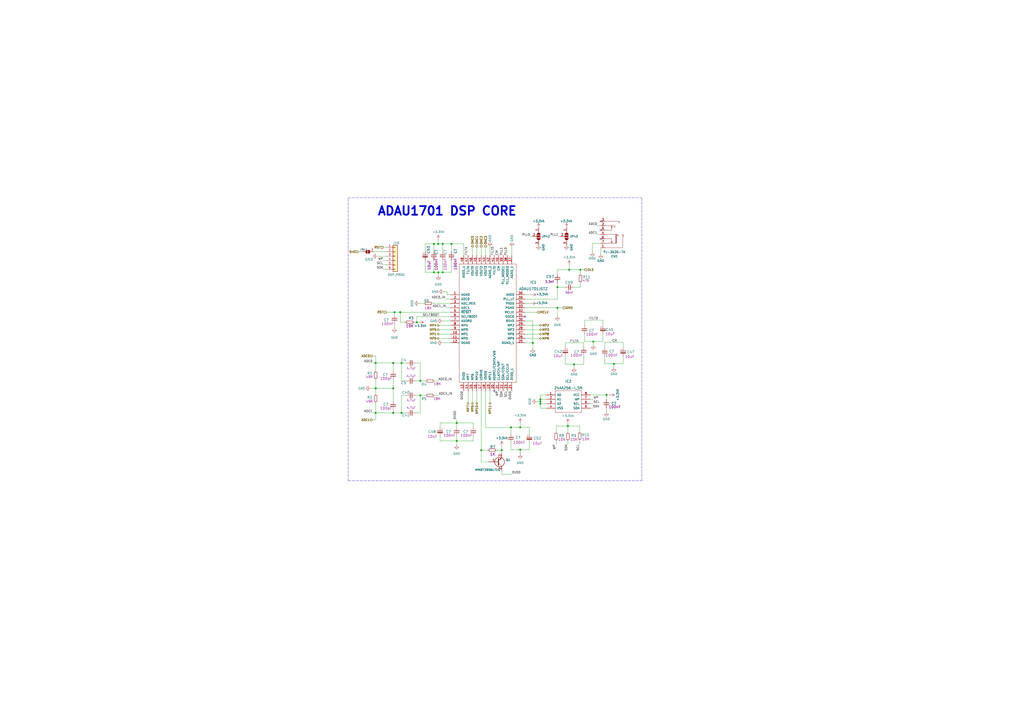
<source format=kicad_sch>
(kicad_sch (version 20211123) (generator eeschema)
  (paper "A2")
  (lib_symbols
    (symbol "Connector_Generic:Conn_01x06" (pin_names (offset 1.016) hide)
      (property "Reference" "J" (at 0 7.62 0))
      (property "Value" "Conn_01x06" (at 0 -10.16 0))
      (symbol "Conn_01x06_1_1"
        (rectangle (start -1.27 -7.493) (end 0 -7.747) (stroke (width 0.1524)))
        (rectangle (start -1.27 -4.953) (end 0 -5.207) (stroke (width 0.1524)))
        (rectangle (start -1.27 -2.413) (end 0 -2.667) (stroke (width 0.1524)))
        (rectangle (start -1.27 0.127) (end 0 -0.127) (stroke (width 0.1524)))
        (rectangle (start -1.27 2.667) (end 0 2.413) (stroke (width 0.1524)))
        (rectangle (start -1.27 5.207) (end 0 4.953) (stroke (width 0.1524)))
        (rectangle (start -1.27 6.35) (end 1.27 -8.89) (stroke (width 0.254)) (fill (type background)))
        (pin passive line (at -5.08 5.08 0) (length 3.81) (name "Pin_1") (number "1"))
        (pin passive line (at -5.08 2.54 0) (length 3.81) (name "Pin_2") (number "2"))
        (pin passive line (at -5.08 0 0) (length 3.81) (name "Pin_3") (number "3"))
        (pin passive line (at -5.08 -2.54 0) (length 3.81) (name "Pin_4") (number "4"))
        (pin passive line (at -5.08 -5.08 0) (length 3.81) (name "Pin_5") (number "5"))
        (pin passive line (at -5.08 -7.62 0) (length 3.81) (name "Pin_6") (number "6"))
      )
    )
    (symbol "Device:C_Polarized_Small" (pin_numbers hide) (pin_names (offset 0.254) hide)
      (property "Reference" "C" (at 0.254 1.778 0))
      (property "Value" "C_Polarized_Small" (at 0.254 -2.032 0))
      (symbol "C_Polarized_Small_0_1"
        (rectangle (start -1.524 -0.3048) (end 1.524 -0.6858) (fill (type outline)))
        (rectangle (start -1.524 0.6858) (end 1.524 0.3048))
        (polyline (pts (xy -1.27 1.524) (xy -0.762 1.524)))
        (polyline (pts (xy -1.016 1.27) (xy -1.016 1.778)))
      )
      (symbol "C_Polarized_Small_1_1"
        (pin passive line (at 0 2.54 270) (length 1.8542) (name "~") (number "1"))
        (pin passive line (at 0 -2.54 90) (length 1.8542) (name "~") (number "2"))
      )
    )
    (symbol "Device:C_Small" (pin_numbers hide) (pin_names (offset 0.254) hide)
      (property "Reference" "C" (at 0.254 1.778 0))
      (property "Value" "C_Small" (at 0.254 -2.032 0))
      (symbol "C_Small_0_1"
        (polyline (pts (xy -1.524 -0.508) (xy 1.524 -0.508)) (stroke (width 0.3302)))
        (polyline (pts (xy -1.524 0.508) (xy 1.524 0.508)) (stroke (width 0.3048)))
      )
      (symbol "C_Small_1_1"
        (pin passive line (at 0 2.54 270) (length 2.032) (name "~") (number "1"))
        (pin passive line (at 0 -2.54 90) (length 2.032) (name "~") (number "2"))
      )
    )
    (symbol "Device:Q_PNP_BCE" (pin_names (offset 0) hide)
      (property "Reference" "Q" (at 5.08 1.27 0))
      (property "Value" "Q_PNP_BCE" (at 5.08 -1.27 0))
      (symbol "Q_PNP_BCE_0_1"
        (polyline (pts (xy 0.635 0.635) (xy 2.54 2.54)))
        (polyline (pts (xy 0.635 -0.635) (xy 2.54 -2.54) (xy 2.54 -2.54)))
        (polyline (pts (xy 0.635 1.905) (xy 0.635 -1.905) (xy 0.635 -1.905)) (stroke (width 0.508)))
        (polyline (pts (xy 2.286 -1.778) (xy 1.778 -2.286) (xy 1.27 -1.27) (xy 2.286 -1.778) (xy 2.286 -1.778)) (fill (type outline)))
        (circle (center 1.27 0) (radius 2.8194) (stroke (width 0.254)))
      )
      (symbol "Q_PNP_BCE_1_1"
        (pin input line (at -5.08 0 0) (length 5.715) (name "B") (number "1"))
        (pin passive line (at 2.54 5.08 270) (length 2.54) (name "C") (number "2"))
        (pin passive line (at 2.54 -5.08 90) (length 2.54) (name "E") (number "3"))
      )
    )
    (symbol "Device:R_Small" (pin_numbers hide) (pin_names (offset 0.254) hide)
      (property "Reference" "R" (at 0.762 0.508 0))
      (property "Value" "R_Small" (at 0.762 -1.016 0))
      (symbol "R_Small_0_1"
        (rectangle (start -0.762 1.778) (end 0.762 -1.778) (stroke (width 0.2032)))
      )
      (symbol "R_Small_1_1"
        (pin passive line (at 0 2.54 270) (length 0.762) (name "~") (number "1"))
        (pin passive line (at 0 -2.54 90) (length 0.762) (name "~") (number "2"))
      )
    )
    (symbol "EXT_AMP-rescue:GND-PdB_PCB-eagle-import" (power) (pin_names (offset 1.016))
      (property "Value" "GND-PdB_PCB-eagle-import" (at -1.905 -3.175 0))
      (symbol "GND-PdB_PCB-eagle-import_1_0"
        (polyline (pts (xy -1.27 0) (xy 1.27 0)))
        (polyline (pts (xy 0 -1.27) (xy -1.27 0)))
        (polyline (pts (xy 1.27 0) (xy 0 -1.27)))
        (pin power_in line (at 0 2.54 270) (length 2.54) (name "GND") (number "1"))
      )
    )
    (symbol "Jumper:SolderJumper_2_Open" (pin_names (offset 0) hide)
      (property "Reference" "JP" (at 0 2.032 0))
      (property "Value" "SolderJumper_2_Open" (at 0 -2.54 0))
      (symbol "SolderJumper_2_Open_0_1"
        (arc (start -0.254 1.016) (mid -1.27 0) (end -0.254 -1.016))
        (arc (start -0.254 1.016) (mid -1.27 0) (end -0.254 -1.016) (fill (type outline)))
        (polyline (pts (xy -0.254 1.016) (xy -0.254 -1.016)))
        (polyline (pts (xy 0.254 1.016) (xy 0.254 -1.016)))
        (arc (start 0.254 -1.016) (mid 1.27 0) (end 0.254 1.016))
        (arc (start 0.254 -1.016) (mid 1.27 0) (end 0.254 1.016) (fill (type outline)))
      )
      (symbol "SolderJumper_2_Open_1_1"
        (pin passive line (at -3.81 0 0) (length 2.54) (name "A") (number "1"))
        (pin passive line (at 3.81 0 180) (length 2.54) (name "B") (number "2"))
      )
    )
    (symbol "Jumper:SolderJumper_3_Open" (pin_names (offset 0) hide)
      (property "Reference" "JP" (at -2.54 -2.54 0))
      (property "Value" "SolderJumper_3_Open" (at 0 2.794 0))
      (symbol "SolderJumper_3_Open_0_1"
        (arc (start -1.016 1.016) (mid -2.032 0) (end -1.016 -1.016))
        (arc (start -1.016 1.016) (mid -2.032 0) (end -1.016 -1.016) (fill (type outline)))
        (rectangle (start -0.508 1.016) (end 0.508 -1.016) (fill (type outline)))
        (polyline (pts (xy -2.54 0) (xy -2.032 0)))
        (polyline (pts (xy -1.016 1.016) (xy -1.016 -1.016)))
        (polyline (pts (xy 0 -1.27) (xy 0 -1.016)))
        (polyline (pts (xy 1.016 1.016) (xy 1.016 -1.016)))
        (polyline (pts (xy 2.54 0) (xy 2.032 0)))
        (arc (start 1.016 -1.016) (mid 2.032 0) (end 1.016 1.016))
        (arc (start 1.016 -1.016) (mid 2.032 0) (end 1.016 1.016) (fill (type outline)))
      )
      (symbol "SolderJumper_3_Open_1_1"
        (pin passive line (at -5.08 0 0) (length 2.54) (name "A") (number "1"))
        (pin passive line (at 0 -3.81 90) (length 2.54) (name "C") (number "2"))
        (pin passive line (at 5.08 0 180) (length 2.54) (name "B") (number "3"))
      )
    )
    (symbol "LCSC:PJ-3620-7A" (pin_names (offset 1.016) hide)
      (property "Reference" "CN" (at 0 10.287 0))
      (property "Value" "PJ-3620-7A" (at 0 15.367 0))
      (symbol "PJ-3620-7A_1_1"
        (polyline (pts (xy -3.81 -7.62) (xy -3.556 -6.35)) (stroke (width 0.1524)))
        (polyline (pts (xy -3.81 -7.366) (xy -3.81 -7.62)) (stroke (width 0.1524)))
        (polyline (pts (xy -3.81 2.54) (xy -3.556 1.27)) (stroke (width 0.1524)))
        (polyline (pts (xy 0 -7.62) (xy -5.08 -7.62) (xy -5.588 -6.604) (xy -5.842 -7.62)) (stroke (width 0.1524)))
        (polyline (pts (xy 0 -5.08) (xy -3.81 -5.08) (xy -3.81 -7.62) (xy -4.064 -6.35)) (stroke (width 0.1524)))
        (polyline (pts (xy 0 -2.54) (xy -7.112 -2.54) (xy -7.366 -1.524) (xy -7.62 -2.54)) (stroke (width 0.1524)))
        (polyline (pts (xy 0 0) (xy -3.81 0) (xy -3.81 2.54) (xy -4.064 1.27)) (stroke (width 0.1524)))
        (polyline (pts (xy 0 5.08) (xy -10.16 5.08) (xy -10.16 -2.794) (xy -10.668 -1.27)) (stroke (width 0.1524)))
        (polyline (pts (xy 0 -10.16) (xy -7.874 -10.16) (xy -8.128 -9.144) (xy -8.382 -10.16) (xy -8.382 -10.16)) (stroke (width 0.1524)))
        (polyline (pts (xy 0 2.54) (xy -6.604 2.54) (xy -6.604 -2.54) (xy -6.35 -2.54) (xy -6.35 2.54) (xy -6.096 2.54) (xy -6.096 -2.54)) (stroke (width 0.1524)))
        (pin input line (at 2.54 5.08 180) (length 2.54) (name "1") (number "1"))
        (pin input line (at 2.54 -7.62 180) (length 2.54) (name "2") (number "2"))
        (pin input line (at 2.54 -10.16 180) (length 2.54) (name "3") (number "3"))
        (pin input line (at 2.54 -2.54 180) (length 2.54) (name "4") (number "4"))
        (pin input line (at 2.54 -5.08 180) (length 2.54) (name "5") (number "5"))
        (pin input line (at 2.54 0 180) (length 2.54) (name "6") (number "6"))
        (pin input line (at 2.54 2.54 180) (length 2.54) (name "7") (number "7"))
      )
    )
    (symbol "PdB_PCB-eagle-import:24AA256-I_SN" (pin_names (offset 1.016))
      (property "Reference" "IC" (at 21.59 7.62 0))
      (property "Value" "24AA256-I_SN" (at 21.59 5.08 0))
      (symbol "24AA256-I_SN_1_0"
        (polyline (pts (xy 5.08 2.54) (xy 5.08 -10.16)))
        (polyline (pts (xy 5.08 2.54) (xy 20.32 2.54)))
        (polyline (pts (xy 20.32 -10.16) (xy 5.08 -10.16)))
        (polyline (pts (xy 20.32 -10.16) (xy 20.32 2.54)))
        (pin bidirectional line (at 0 0 0) (length 5.08) (name "A0") (number "1"))
        (pin bidirectional line (at 0 -2.54 0) (length 5.08) (name "A1") (number "2"))
        (pin bidirectional line (at 0 -5.08 0) (length 5.08) (name "A2") (number "3"))
        (pin power_in line (at 0 -7.62 0) (length 5.08) (name "VSS") (number "4"))
        (pin bidirectional line (at 25.4 -7.62 180) (length 5.08) (name "SDA") (number "5"))
        (pin bidirectional line (at 25.4 -5.08 180) (length 5.08) (name "SCL") (number "6"))
        (pin bidirectional line (at 25.4 -2.54 180) (length 5.08) (name "WP") (number "7"))
        (pin power_in line (at 25.4 0 180) (length 5.08) (name "VCC") (number "8"))
      )
    )
    (symbol "PdB_PCB-eagle-import:ADAU1701JSTZ" (pin_names (offset 1.016))
      (property "Reference" "IC" (at 39.37 22.86 0))
      (property "Value" "ADAU1701JSTZ" (at 39.37 20.32 0))
      (symbol "ADAU1701JSTZ_1_0"
        (polyline (pts (xy 5.08 17.78) (xy 5.08 -50.8)))
        (polyline (pts (xy 5.08 17.78) (xy 38.1 17.78)))
        (polyline (pts (xy 38.1 -50.8) (xy 5.08 -50.8)))
        (polyline (pts (xy 38.1 -50.8) (xy 38.1 17.78)))
        (pin power_in line (at 0 0 0) (length 5.08) (name "AGND") (number "1"))
        (pin bidirectional line (at 0 -22.86 0) (length 5.08) (name "MP1") (number "10"))
        (pin bidirectional line (at 0 -25.4 0) (length 5.08) (name "MP0") (number "11"))
        (pin power_in line (at 0 -27.94 0) (length 5.08) (name "DGND") (number "12"))
        (pin power_in line (at 7.62 -55.88 90) (length 5.08) (name "DVDD") (number "13"))
        (pin bidirectional line (at 10.16 -55.88 90) (length 5.08) (name "MP7") (number "14"))
        (pin bidirectional line (at 12.7 -55.88 90) (length 5.08) (name "MP6") (number "15"))
        (pin bidirectional line (at 15.24 -55.88 90) (length 5.08) (name "MP10") (number "16"))
        (pin bidirectional line (at 17.78 -55.88 90) (length 5.08) (name "VDRIVE") (number "17"))
        (pin power_in line (at 20.32 -55.88 90) (length 5.08) (name "IOVDD") (number "18"))
        (pin bidirectional line (at 22.86 -55.88 90) (length 5.08) (name "MP11") (number "19"))
        (pin bidirectional line (at 0 -2.54 0) (length 5.08) (name "ADC0") (number "2"))
        (pin bidirectional line (at 25.4 -55.88 90) (length 5.08) (name "ADDR1/CDATA/WB") (number "20"))
        (pin bidirectional line (at 27.94 -55.88 90) (length 5.08) (name "CLATCH/WP") (number "21"))
        (pin output line (at 30.48 -55.88 90) (length 5.08) (name "SDA/COUT") (number "22"))
        (pin input line (at 33.02 -55.88 90) (length 5.08) (name "SCL/CCLK") (number "23"))
        (pin power_in line (at 35.56 -55.88 90) (length 5.08) (name "DVDD_1") (number "24"))
        (pin power_in line (at 43.18 -27.94 180) (length 5.08) (name "DGND_1") (number "25"))
        (pin bidirectional line (at 43.18 -25.4 180) (length 5.08) (name "MP9") (number "26"))
        (pin bidirectional line (at 43.18 -22.86 180) (length 5.08) (name "MP8") (number "27"))
        (pin bidirectional line (at 43.18 -20.32 180) (length 5.08) (name "MP3") (number "28"))
        (pin bidirectional line (at 43.18 -17.78 180) (length 5.08) (name "MP2") (number "29"))
        (pin bidirectional line (at 0 -5.08 0) (length 5.08) (name "ADC_RES") (number "3"))
        (pin bidirectional line (at 43.18 -15.24 180) (length 5.08) (name "RSVD") (number "30"))
        (pin bidirectional line (at 43.18 -12.7 180) (length 5.08) (name "OSCO") (number "31"))
        (pin input line (at 43.18 -10.16 180) (length 5.08) (name "MCLKI") (number "32"))
        (pin power_in line (at 43.18 -7.62 180) (length 5.08) (name "PGND") (number "33"))
        (pin power_in line (at 43.18 -5.08 180) (length 5.08) (name "PVDD") (number "34"))
        (pin bidirectional line (at 43.18 -2.54 180) (length 5.08) (name "PLL_LF") (number "35"))
        (pin power_in line (at 43.18 0 180) (length 5.08) (name "AVDD") (number "36"))
        (pin power_in line (at 35.56 22.86 270) (length 5.08) (name "AGND_1") (number "37"))
        (pin bidirectional line (at 33.02 22.86 270) (length 5.08) (name "PLL_MODE0") (number "38"))
        (pin bidirectional line (at 30.48 22.86 270) (length 5.08) (name "PLL_MODE1") (number "39"))
        (pin bidirectional line (at 0 -7.62 0) (length 5.08) (name "ADC1") (number "4"))
        (pin bidirectional line (at 27.94 22.86 270) (length 5.08) (name "CM") (number "40"))
        (pin bidirectional line (at 25.4 22.86 270) (length 5.08) (name "FILTD") (number "41"))
        (pin power_in line (at 22.86 22.86 270) (length 5.08) (name "AGND_2") (number "42"))
        (pin output line (at 20.32 22.86 270) (length 5.08) (name "VOUT3") (number "43"))
        (pin output line (at 17.78 22.86 270) (length 5.08) (name "VOUT2") (number "44"))
        (pin output line (at 15.24 22.86 270) (length 5.08) (name "VOUT1") (number "45"))
        (pin output line (at 12.7 22.86 270) (length 5.08) (name "VOUT0") (number "46"))
        (pin bidirectional line (at 10.16 22.86 270) (length 5.08) (name "FILTA") (number "47"))
        (pin power_in line (at 7.62 22.86 270) (length 5.08) (name "AVDD_1") (number "48"))
        (pin bidirectional line (at 0 -10.16 0) (length 5.08) (name "~{RESET}") (number "5"))
        (pin bidirectional line (at 0 -12.7 0) (length 5.08) (name "SELFBOOT") (number "6"))
        (pin bidirectional line (at 0 -15.24 0) (length 5.08) (name "ADDR0") (number "7"))
        (pin bidirectional line (at 0 -17.78 0) (length 5.08) (name "MP4") (number "8"))
        (pin bidirectional line (at 0 -20.32 0) (length 5.08) (name "MP5") (number "9"))
      )
    )
    (symbol "power:+3.3VA" (power) (pin_names (offset 0))
      (property "Value" "+3.3VA" (at 0 3.556 0))
      (symbol "+3.3VA_0_1"
        (polyline (pts (xy -0.762 1.27) (xy 0 2.54)))
        (polyline (pts (xy 0 0) (xy 0 2.54)))
        (polyline (pts (xy 0 2.54) (xy 0.762 1.27)))
      )
      (symbol "+3.3VA_1_1"
        (pin power_in line (at 0 0 90) (length 0) hide (name "+3.3VA") (number "1"))
      )
    )
    (symbol "power:GND" (power) (pin_names (offset 0))
      (property "Value" "GND" (at 0 -3.81 0))
      (symbol "GND_0_1"
        (polyline (pts (xy 0 0) (xy 0 -1.27) (xy 1.27 -1.27) (xy 0 -2.54) (xy -1.27 -1.27) (xy 0 -1.27)))
      )
      (symbol "GND_1_1"
        (pin power_in line (at 0 0 270) (length 0) hide (name "GND") (number "1"))
      )
    )
  )
  (junction (at 313.436 232.918))
  (junction (at 344.17 198.12))
  (junction (at 264.922 245.364))
  (junction (at 279.146 261.112))
  (junction (at 217.932 225.298))
  (junction (at 313.436 231.648))
  (junction (at 228.092 225.298))
  (junction (at 228.092 239.522))
  (junction (at 251.714 157.988))
  (junction (at 241.808 186.944))
  (junction (at 351.79 229.108))
  (junction (at 291.084 261.112))
  (junction (at 323.342 178.562))
  (junction (at 329.438 247.142))
  (junction (at 251.714 141.478))
  (junction (at 228.854 181.102))
  (junction (at 232.156 181.102))
  (junction (at 296.418 247.904))
  (junction (at 254.254 157.988))
  (junction (at 261.874 141.478))
  (junction (at 254.254 141.478))
  (junction (at 217.932 239.522))
  (junction (at 301.752 247.904))
  (junction (at 243.84 220.98))
  (junction (at 313.436 234.188))
  (junction (at 323.342 166.624))
  (junction (at 332.994 211.328))
  (junction (at 232.918 239.522))
  (junction (at 330.2 156.464))
  (junction (at 256.794 141.478))
  (junction (at 264.922 255.778))
  (junction (at 356.108 211.074))
  (junction (at 336.677 156.464))
  (junction (at 301.752 260.858))
  (junction (at 309.118 198.882))
  (junction (at 256.794 157.988))
  (junction (at 243.84 229.362))
  (junction (at 228.092 210.566))
  (junction (at 217.932 210.566))
  (junction (at 232.918 210.566))
  (junction (at 217.932 225.2218))
  (no_connect (at 286.766 226.822))
  (no_connect (at 348.488 128.397))
  (no_connect (at 304.546 183.642))
  (no_connect (at 348.488 138.557))
  (no_connect (at 348.488 133.477))
  (wire (pts (xy 228.092 215.138) (xy 228.092 210.566)))
  (wire (pts (xy 232.918 229.362) (xy 232.918 239.522)))
  (wire (pts (xy 339.09 193.802) (xy 339.09 198.12)))
  (wire (pts (xy 217.932 228.6) (xy 217.932 225.298)))
  (wire (pts (xy 255.27 245.364) (xy 264.922 245.364)))
  (wire (pts (xy 261.874 141.478) (xy 261.874 145.923)))
  (wire (pts (xy 241.046 239.522) (xy 243.84 239.522)))
  (wire (pts (xy 313.436 231.648) (xy 316.992 231.648)))
  (wire (pts (xy 224.155 143.51) (xy 222.25 143.51)))
  (polyline (pts (xy 201.93 278.892) (xy 372.364 278.892)))
  (wire (pts (xy 323.342 173.482) (xy 323.342 166.624)))
  (wire (pts (xy 296.418 251.714) (xy 296.418 247.904)))
  (wire (pts (xy 284.226 143.256) (xy 284.226 148.082)))
  (wire (pts (xy 343.662 141.097) (xy 343.662 146.177)))
  (wire (pts (xy 346.456 136.017) (xy 348.488 136.017)))
  (wire (pts (xy 304.546 193.802) (xy 312.928 193.802)))
  (wire (pts (xy 255.27 255.778) (xy 255.27 252.984)))
  (wire (pts (xy 217.17 146.05) (xy 224.155 146.05)))
  (wire (pts (xy 232.156 186.944) (xy 232.156 181.102)))
  (wire (pts (xy 323.342 178.562) (xy 323.342 183.388)))
  (wire (pts (xy 258.826 178.562) (xy 261.366 178.562)))
  (wire (pts (xy 304.546 173.482) (xy 323.342 173.482)))
  (wire (pts (xy 251.714 151.003) (xy 251.714 157.988)))
  (wire (pts (xy 323.342 178.562) (xy 326.644 178.562)))
  (wire (pts (xy 217.932 220.218) (xy 217.932 225.2218)))
  (wire (pts (xy 322.58 250.698) (xy 322.58 247.142)))
  (wire (pts (xy 281.686 248.158) (xy 296.418 247.904)))
  (wire (pts (xy 323.342 156.464) (xy 323.342 159.004)))
  (wire (pts (xy 256.54 198.882) (xy 261.366 198.882)))
  (wire (pts (xy 322.58 257.81) (xy 322.58 255.778)))
  (wire (pts (xy 301.752 247.904) (xy 307.086 247.904)))
  (wire (pts (xy 276.606 148.082) (xy 276.606 143.256)))
  (wire (pts (xy 217.932 210.566) (xy 217.932 215.138)))
  (wire (pts (xy 304.546 181.102) (xy 311.658 181.102)))
  (wire (pts (xy 284.226 226.822) (xy 284.226 233.426)))
  (wire (pts (xy 350.774 198.628) (xy 361.442 198.628)))
  (wire (pts (xy 216.154 210.566) (xy 217.932 210.566)))
  (wire (pts (xy 296.926 143.256) (xy 296.926 148.082)))
  (wire (pts (xy 336.677 156.464) (xy 339.217 156.464)))
  (wire (pts (xy 256.54 186.182) (xy 261.366 186.182)))
  (wire (pts (xy 313.436 236.728) (xy 316.992 236.728)))
  (wire (pts (xy 254.254 141.478) (xy 256.794 141.478)))
  (wire (pts (xy 283.464 267.97) (xy 279.146 267.97)))
  (wire (pts (xy 301.752 260.858) (xy 296.418 260.858)))
  (wire (pts (xy 222.25 156.21) (xy 224.155 156.21)))
  (wire (pts (xy 350.774 211.074) (xy 356.108 211.074)))
  (wire (pts (xy 254.762 191.262) (xy 261.366 191.262)))
  (wire (pts (xy 313.436 231.648) (xy 313.436 232.918)))
  (wire (pts (xy 228.854 181.102) (xy 228.854 182.626)))
  (wire (pts (xy 311.404 232.918) (xy 313.436 232.918)))
  (wire (pts (xy 261.874 141.478) (xy 268.986 141.478)))
  (wire (pts (xy 304.546 188.722) (xy 312.928 188.722)))
  (wire (pts (xy 228.092 210.566) (xy 232.918 210.566)))
  (wire (pts (xy 296.418 260.858) (xy 296.418 256.794)))
  (wire (pts (xy 259.334 170.942) (xy 261.366 170.942)))
  (wire (pts (xy 332.994 211.328) (xy 327.914 211.328)))
  (wire (pts (xy 291.084 258.572) (xy 291.084 261.112)))
  (wire (pts (xy 241.046 229.362) (xy 243.84 229.362)))
  (wire (pts (xy 232.156 181.102) (xy 261.366 181.102)))
  (wire (pts (xy 254.254 220.98) (xy 251.968 220.98)))
  (wire (pts (xy 254.254 157.988) (xy 251.714 157.988)))
  (wire (pts (xy 268.986 141.478) (xy 268.986 148.082)))
  (wire (pts (xy 329.438 247.142) (xy 322.58 247.142)))
  (wire (pts (xy 246.634 141.478) (xy 251.714 141.478)))
  (wire (pts (xy 281.686 226.822) (xy 281.686 248.158)))
  (wire (pts (xy 217.932 239.522) (xy 228.092 239.522)))
  (polyline (pts (xy 372.364 278.892) (xy 372.364 114.808)))
  (wire (pts (xy 217.932 225.2218) (xy 217.932 225.298)))
  (wire (pts (xy 307.086 251.714) (xy 307.086 247.904)))
  (wire (pts (xy 327.787 166.624) (xy 323.342 166.624)))
  (wire (pts (xy 339.09 185.674) (xy 349.758 185.674)))
  (wire (pts (xy 350.774 201.676) (xy 350.774 198.628)))
  (wire (pts (xy 329.438 245.618) (xy 329.438 247.142)))
  (wire (pts (xy 259.334 169.164) (xy 259.334 170.942)))
  (wire (pts (xy 332.994 211.328) (xy 332.994 213.36)))
  (polyline (pts (xy 201.93 115.062) (xy 201.93 278.892)))
  (wire (pts (xy 344.17 234.188) (xy 342.392 234.188)))
  (wire (pts (xy 241.808 183.642) (xy 261.366 183.642)))
  (wire (pts (xy 264.922 243.332) (xy 264.922 245.364)))
  (wire (pts (xy 313.436 232.918) (xy 313.436 234.188)))
  (wire (pts (xy 339.09 198.12) (xy 344.17 198.12)))
  (wire (pts (xy 254.254 157.988) (xy 254.254 159.893)))
  (wire (pts (xy 257.302 169.164) (xy 259.334 169.164)))
  (wire (pts (xy 224.155 151.13) (xy 222.25 151.13)))
  (wire (pts (xy 232.918 210.566) (xy 235.966 210.566)))
  (wire (pts (xy 349.758 185.674) (xy 349.758 188.722)))
  (wire (pts (xy 255.27 247.904) (xy 255.27 245.364)))
  (wire (pts (xy 241.046 210.566) (xy 243.84 210.566)))
  (wire (pts (xy 261.366 193.802) (xy 254.762 193.802)))
  (wire (pts (xy 313.436 229.108) (xy 313.436 231.648)))
  (wire (pts (xy 361.442 201.676) (xy 361.442 198.628)))
  (wire (pts (xy 279.146 226.822) (xy 279.146 261.112)))
  (wire (pts (xy 228.092 237.744) (xy 228.092 239.522)))
  (wire (pts (xy 276.606 226.822) (xy 276.606 233.426)))
  (wire (pts (xy 338.582 201.168) (xy 338.582 198.882)))
  (wire (pts (xy 296.418 247.904) (xy 301.752 247.904)))
  (wire (pts (xy 313.436 234.188) (xy 316.992 234.188)))
  (wire (pts (xy 258.318 173.482) (xy 261.366 173.482)))
  (wire (pts (xy 256.794 157.988) (xy 254.254 157.988)))
  (wire (pts (xy 240.284 186.944) (xy 241.808 186.944)))
  (wire (pts (xy 281.686 148.082) (xy 281.686 143.256)))
  (wire (pts (xy 343.662 141.097) (xy 348.488 141.097)))
  (wire (pts (xy 288.036 261.112) (xy 291.084 261.112)))
  (wire (pts (xy 228.092 225.298) (xy 228.092 232.664)))
  (wire (pts (xy 279.146 148.082) (xy 279.146 143.256)))
  (wire (pts (xy 329.438 250.698) (xy 329.438 247.142)))
  (wire (pts (xy 217.932 210.566) (xy 217.932 206.502)))
  (wire (pts (xy 264.922 255.778) (xy 255.27 255.778)))
  (wire (pts (xy 251.714 141.478) (xy 251.714 145.923)))
  (wire (pts (xy 241.808 183.642) (xy 241.808 186.944)))
  (wire (pts (xy 243.078 176.022) (xy 245.872 176.022)))
  (wire (pts (xy 304.546 178.562) (xy 323.342 178.562)))
  (wire (pts (xy 304.546 186.182) (xy 309.118 186.182)))
  (wire (pts (xy 228.092 239.522) (xy 232.918 239.522)))
  (wire (pts (xy 243.84 220.98) (xy 246.888 220.98)))
  (wire (pts (xy 350.774 206.756) (xy 350.774 211.074)))
  (polyline (pts (xy 201.93 114.808) (xy 372.364 114.808)))
  (wire (pts (xy 336.296 247.142) (xy 329.438 247.142)))
  (wire (pts (xy 291.084 261.112) (xy 291.084 262.89)))
  (wire (pts (xy 246.634 151.003) (xy 246.634 157.988)))
  (wire (pts (xy 246.634 157.988) (xy 251.714 157.988)))
  (wire (pts (xy 254.762 196.342) (xy 261.366 196.342)))
  (wire (pts (xy 361.442 206.756) (xy 361.442 211.074)))
  (wire (pts (xy 254.254 138.938) (xy 254.254 141.478)))
  (wire (pts (xy 235.204 186.944) (xy 232.156 186.944)))
  (wire (pts (xy 356.108 211.074) (xy 361.442 211.074)))
  (wire (pts (xy 344.17 198.12) (xy 344.17 200.152)))
  (wire (pts (xy 304.546 176.022) (xy 308.102 176.022)))
  (wire (pts (xy 224.028 181.102) (xy 228.854 181.102)))
  (wire (pts (xy 291.084 275.082) (xy 296.926 275.082)))
  (wire (pts (xy 329.438 257.81) (xy 329.438 255.778)))
  (wire (pts (xy 316.992 229.108) (xy 313.436 229.108)))
  (wire (pts (xy 279.146 261.112) (xy 282.956 261.112)))
  (wire (pts (xy 228.092 220.218) (xy 228.092 225.298)))
  (wire (pts (xy 348.488 147.447) (xy 348.488 143.637)))
  (wire (pts (xy 235.966 220.98) (xy 232.918 220.98)))
  (wire (pts (xy 343.916 236.728) (xy 342.392 236.728)))
  (wire (pts (xy 338.582 206.248) (xy 338.582 211.328)))
  (wire (pts (xy 338.582 198.882) (xy 327.914 198.882)))
  (wire (pts (xy 214.884 225.298) (xy 217.932 225.298)))
  (wire (pts (xy 323.85 137.16) (xy 324.866 137.16)))
  (wire (pts (xy 330.2 153.67) (xy 330.2 156.464)))
  (wire (pts (xy 209.55 146.05) (xy 207.645 146.05)))
  (wire (pts (xy 241.808 186.944) (xy 243.078 186.944)))
  (wire (pts (xy 264.922 252.984) (xy 264.922 255.778)))
  (wire (pts (xy 250.952 176.022) (xy 261.366 176.022)))
  (wire (pts (xy 217.932 233.68) (xy 217.932 239.522)))
  (wire (pts (xy 327.914 211.328) (xy 327.914 206.502)))
  (wire (pts (xy 217.932 225.298) (xy 228.092 225.298)))
  (wire (pts (xy 254.762 188.722) (xy 261.366 188.722)))
  (wire (pts (xy 256.794 157.988) (xy 261.874 157.988)))
  (wire (pts (xy 217.932 239.522) (xy 217.932 243.586)))
  (wire (pts (xy 309.118 186.182) (xy 309.118 198.882)))
  (wire (pts (xy 274.574 247.904) (xy 274.574 245.364)))
  (wire (pts (xy 307.086 256.794) (xy 307.086 260.858)))
  (wire (pts (xy 330.2 156.464) (xy 336.677 156.464)))
  (wire (pts (xy 243.84 239.522) (xy 243.84 229.362)))
  (wire (pts (xy 274.574 255.778) (xy 274.574 252.984)))
  (wire (pts (xy 307.086 260.858) (xy 301.752 260.858)))
  (wire (pts (xy 243.84 210.566) (xy 243.84 220.98)))
  (wire (pts (xy 344.17 198.12) (xy 349.758 198.12)))
  (wire (pts (xy 304.546 191.262) (xy 312.928 191.262)))
  (wire (pts (xy 336.677 166.624) (xy 332.867 166.624)))
  (wire (pts (xy 304.546 196.342) (xy 312.928 196.342)))
  (wire (pts (xy 351.79 229.108) (xy 342.392 229.108)))
  (wire (pts (xy 279.146 261.112) (xy 279.146 267.97)))
  (wire (pts (xy 241.046 220.98) (xy 243.84 220.98)))
  (wire (pts (xy 251.714 141.478) (xy 254.254 141.478)))
  (wire (pts (xy 264.922 245.364) (xy 264.922 247.904)))
  (wire (pts (xy 224.155 148.59) (xy 220.345 148.59)))
  (wire (pts (xy 349.758 198.12) (xy 349.758 193.802)))
  (wire (pts (xy 228.854 181.102) (xy 232.156 181.102)))
  (wire (pts (xy 339.09 188.722) (xy 339.09 185.674)))
  (wire (pts (xy 327.914 198.882) (xy 327.914 201.422)))
  (wire (pts (xy 264.922 245.364) (xy 274.574 245.364)))
  (wire (pts (xy 313.436 234.188) (xy 313.436 236.728)))
  (wire (pts (xy 217.932 239.522) (xy 216.154 239.522)))
  (wire (pts (xy 351.79 231.648) (xy 351.79 229.108)))
  (wire (pts (xy 291.084 273.05) (xy 291.084 275.082)))
  (wire (pts (xy 261.874 157.988) (xy 261.874 151.003)))
  (wire (pts (xy 309.118 198.882) (xy 309.118 202.184)))
  (wire (pts (xy 254.508 229.362) (xy 251.968 229.362)))
  (wire (pts (xy 336.677 159.004) (xy 336.677 156.464)))
  (wire (pts (xy 344.17 231.648) (xy 342.392 231.648)))
  (wire (pts (xy 323.342 156.464) (xy 330.2 156.464)))
  (wire (pts (xy 264.922 255.778) (xy 264.922 258.064)))
  (wire (pts (xy 256.794 141.478) (xy 261.874 141.478)))
  (wire (pts (xy 338.582 211.328) (xy 332.994 211.328)))
  (wire (pts (xy 264.922 255.778) (xy 274.574 255.778)))
  (wire (pts (xy 271.526 226.822) (xy 271.526 233.426)))
  (wire (pts (xy 246.634 141.478) (xy 246.634 145.923)))
  (wire (pts (xy 256.794 151.003) (xy 256.794 157.988)))
  (wire (pts (xy 336.677 164.084) (xy 336.677 166.624)))
  (wire (pts (xy 274.066 226.822) (xy 274.066 233.426)))
  (wire (pts (xy 217.932 243.586) (xy 216.154 243.586)))
  (wire (pts (xy 308.356 170.942) (xy 304.546 170.942)))
  (wire (pts (xy 232.918 239.522) (xy 235.966 239.522)))
  (wire (pts (xy 301.752 260.858) (xy 301.752 263.398)))
  (wire (pts (xy 256.794 141.478) (xy 256.794 145.923)))
  (wire (pts (xy 346.456 130.937) (xy 348.488 130.937)))
  (wire (pts (xy 323.342 164.084) (xy 323.342 166.624)))
  (wire (pts (xy 217.932 206.502) (xy 216.154 206.502)))
  (wire (pts (xy 304.546 198.882) (xy 309.118 198.882)))
  (wire (pts (xy 217.932 210.566) (xy 228.092 210.566)))
  (wire (pts (xy 307.594 137.16) (xy 308.61 137.16)))
  (wire (pts (xy 232.918 220.98) (xy 232.918 210.566)))
  (wire (pts (xy 301.752 245.364) (xy 301.752 247.904)))
  (wire (pts (xy 356.108 211.074) (xy 356.108 213.106)))
  (wire (pts (xy 274.066 148.082) (xy 274.066 143.256)))
  (wire (pts (xy 228.854 187.706) (xy 228.854 190.246)))
  (wire (pts (xy 336.296 257.81) (xy 336.296 255.524)))
  (wire (pts (xy 235.966 229.362) (xy 232.918 229.362)))
  (wire (pts (xy 353.822 229.108) (xy 351.79 229.108)))
  (wire (pts (xy 222.25 153.67) (xy 224.155 153.67)))
  (wire (pts (xy 336.296 247.142) (xy 336.296 250.444)))
  (wire (pts (xy 243.84 229.362) (xy 246.888 229.362)))
  (wire (pts (xy 351.79 236.728) (xy 351.79 239.014)))
  (text "ADAU1701 DSP CORE\n" (at 218.694 125.476 0) (effects (font (size 5.0038 5.0038) (thickness 1.0008) bold) (justify left bottom)))
  (label "FILTA" (at 330.708 198.882 0))
  (label "FILTD" (at 346.964 185.674 180))
  (label "PLL0" (at 294.386 148.082 90))
  (label "WP" (at 322.58 257.81 270))
  (label "SELFBOOT" (at 254.762 183.642 180))
  (label "WP" (at 222.25 151.13 180))
  (label "SDA" (at 291.846 226.822 270))
  (label "SCL" (at 222.25 153.67 180))
  (label "DVDD" (at 268.986 226.822 270))
  (label "CM" (at 289.306 148.082 90))
  (label "SCL" (at 294.386 226.822 270))
  (label "PLL1" (at 323.85 137.16 180))
  (label "PLL1" (at 291.846 148.082 90))
  (label "PLL0" (at 307.594 137.16 180))
  (label "ADC1_IN" (at 254.508 229.362 0))
  (label "WP" (at 344.17 231.648 0))
  (label "DVDD" (at 296.926 275.082 0))
  (label "ADC0_IN" (at 258.318 173.482 180))
  (label "ADC0" (at 216.154 210.566 180))
  (label "DVDD" (at 296.926 226.822 270))
  (label "ADC1" (at 346.456 136.017 180))
  (label "SCL" (at 336.296 257.81 270))
  (label "WP" (at 289.306 226.822 270))
  (label "FILTD" (at 286.766 148.082 90))
  (label "FILTA" (at 271.526 148.082 90))
  (label "SCL" (at 344.17 234.188 0))
  (label "ADC0" (at 346.456 130.937 180))
  (label "SDA" (at 329.438 257.81 270))
  (label "DVDD" (at 264.922 243.332 90))
  (label "ADC0_IN" (at 254.254 220.98 0))
  (label "ADC1" (at 216.154 239.522 180))
  (label "SDA" (at 343.916 236.728 0))
  (label "SDA" (at 222.25 156.21 180))
  (label "CM" (at 355.092 198.628 0))
  (label "ADC1_IN" (at 258.826 178.562 180))
  (hierarchical_label "RST" (shape passive) (at 222.25 143.51 180) (effects (font (thickness 0.254) bold)))
  (hierarchical_label "MP4" (shape bidirectional) (at 254.762 188.722 180) (effects (font (thickness 0.254) bold)))
  (hierarchical_label "DAC3" (shape output) (at 281.686 143.256 90) (effects (font (thickness 0.254) bold)))
  (hierarchical_label "MP3" (shape bidirectional) (at 312.928 191.262 0) (effects (font (thickness 0.254) bold)))
  (hierarchical_label "MP9" (shape bidirectional) (at 312.928 196.342 0) (effects (font (thickness 0.254) bold)))
  (hierarchical_label "DAC2" (shape output) (at 279.146 143.256 90) (effects (font (thickness 0.254) bold)))
  (hierarchical_label "DAC1" (shape output) (at 276.606 143.256 90) (effects (font (thickness 0.254) bold)))
  (hierarchical_label "MP0" (shape bidirectional) (at 254.762 196.342 180) (effects (font (thickness 0.254) bold)))
  (hierarchical_label "RST" (shape passive) (at 224.028 181.102 180) (effects (font (thickness 0.254) bold)))
  (hierarchical_label "MP10" (shape bidirectional) (at 276.606 233.426 270) (effects (font (thickness 0.254) bold)))
  (hierarchical_label "3v3" (shape passive) (at 339.217 156.464 0) (effects (font (thickness 0.254) bold)))
  (hierarchical_label "MP2" (shape bidirectional) (at 312.928 188.722 0) (effects (font (thickness 0.254) bold)))
  (hierarchical_label "ADC1" (shape input) (at 216.154 243.586 180) (effects (font (thickness 0.254) bold)))
  (hierarchical_label "MP6" (shape bidirectional) (at 274.066 233.426 270) (effects (font (thickness 0.254) bold)))
  (hierarchical_label "MCLK" (shape input) (at 311.658 181.102 0) (effects (font (thickness 0.254) bold)))
  (hierarchical_label "MP7" (shape bidirectional) (at 271.526 233.426 270) (effects (font (thickness 0.254) bold)))
  (hierarchical_label "GND" (shape passive) (at 326.644 178.562 0) (effects (font (thickness 0.254) bold)))
  (hierarchical_label "ADC0" (shape input) (at 216.154 206.502 180) (effects (font (thickness 0.254) bold)))
  (hierarchical_label "5v0" (shape passive) (at 207.645 146.05 180) (effects (font (thickness 0.254) bold)))
  (hierarchical_label "MP1" (shape bidirectional) (at 254.762 193.802 180) (effects (font (thickness 0.254) bold)))
  (hierarchical_label "MP5" (shape bidirectional) (at 254.762 191.262 180) (effects (font (thickness 0.254) bold)))
  (hierarchical_label "MP8" (shape bidirectional) (at 312.928 193.802 0) (effects (font (thickness 0.254) bold)))
  (hierarchical_label "MP11" (shape bidirectional) (at 284.226 233.426 270) (effects (font (thickness 0.254) bold)))
  (hierarchical_label "DAC0" (shape output) (at 274.066 143.256 90) (effects (font (thickness 0.254) bold)))
  (symbol (lib_id "Device:R_Small") (at 217.932 217.678 0) (mirror y) (unit 1)
    (property "Reference" "R1" (at 216.154 217.424 0) (effects (font (size 1.4986 1.4986)) (justify left bottom)))
    (property "Value" "470O_08050805_R" (effects hide))
    (property "Footprint" "Resistor_SMD:R_0603_1608Metric" (effects hide))
    (property "LCSC" "C218595" (effects hide))
    (property "MFT_PART" "RTT05101JTP" (effects hide))
    (property "VAL" "49K" (at 216.662 219.456 0) (effects (font (size 1.4986 1.4986)) (justify left bottom)))
  )
  (symbol (lib_id "Device:C_Small") (at 330.327 166.624 270) (unit 1)
    (property "Reference" "C59" (at 327.787 164.719 90) (effects (font (size 1.4986 1.4986)) (justify left bottom)))
    (property "Value" "56NF_CAP_SMD_08050805" (effects hide))
    (property "Footprint" "Capacitor_SMD:C_0603_1608Metric" (effects hide))
    (property "VAL" "56nF" (at 330.327 170.434 90) (effects (justify bottom)))
    (property "LCSC" "C1780" (effects hide))
  )
  (symbol (lib_id "Device:C_Polarized_Small") (at 307.086 254.254 0) (unit 1)
    (property "Reference" "C52" (at 309.372 254.254 0) (effects (font (size 1.4986 1.4986)) (justify left)))
    (property "Value" "TAJR106K006RNJ" (effects hide))
    (property "Footprint" "Pdb_PCB:CAPPM2014X120N" (effects hide))
    (property "LCSC" "C132274" (effects hide))
    (property "VAL" "10uF" (at 308.864 258.064 0) (effects (font (size 1.4986 1.4986)) (justify left bottom)))
  )
  (symbol (lib_id "Device:R_Small") (at 336.296 252.984 0) (unit 1)
    (property "Reference" "R10" (at 337.312 253.238 0) (effects (font (size 1.4986 1.4986)) (justify left bottom)))
    (property "Value" "470O_08050805_R" (effects hide))
    (property "Footprint" "Resistor_SMD:R_0603_1608Metric" (effects hide))
    (property "LCSC" "C25612" (effects hide))
    (property "MFT_PART" "RTT05101JTP" (effects hide))
    (property "VAL" "10K" (at 337.566 255.524 0) (effects (font (size 1.4986 1.4986)) (justify left bottom)))
  )
  (symbol (lib_id "Device:C_Small") (at 228.092 217.678 180) (unit 1)
    (property "Reference" "C?" (at 225.044 216.408 0) (effects (font (size 1.4986 1.4986)) (justify left bottom)))
    (property "Value" "100NF_SMD_0805" (effects hide))
    (property "Footprint" "Capacitor_SMD:C_0603_1608Metric" (effects hide))
    (property "LCSC" "C82028" (effects hide))
    (property "VAL" "100pF" (at 227.584 218.694 0) (effects (font (size 1.4986 1.4986)) (justify left bottom)))
  )
  (symbol (lib_id "Device:C_Small") (at 323.342 161.544 180) (unit 1)
    (property "Reference" "C57" (at 321.437 159.639 0) (effects (font (size 1.4986 1.4986)) (justify left bottom)))
    (property "Value" "3.3NF_CAP_SMD_08050805" (effects hide))
    (property "Footprint" "Capacitor_SMD:C_0603_1608Metric" (effects hide))
    (property "Val" "3.3nF" (at 318.897 163.449 0))
    (property "LCSC" "C92203" (effects hide))
  )
  (symbol (lib_id "Device:R_Small") (at 217.932 231.14 0) (mirror y) (unit 1)
    (property "Reference" "R2" (at 216.154 231.394 0) (effects (font (size 1.4986 1.4986)) (justify left bottom)))
    (property "Value" "470O_08050805_R" (effects hide))
    (property "Footprint" "Resistor_SMD:R_0603_1608Metric" (effects hide))
    (property "LCSC" "C218595" (effects hide))
    (property "MFT_PART" "RTT05101JTP" (effects hide))
    (property "VAL" "49K" (at 216.662 233.68 0) (effects (font (size 1.4986 1.4986)) (justify left bottom)))
  )
  (symbol (lib_id "Device:C_Small") (at 261.874 148.463 0) (unit 1)
    (property "Reference" "C?" (at 265.049 147.193 90) (effects (font (size 1.4986 1.4986)) (justify left bottom)))
    (property "Value" "100NF_SMD_0805" (effects hide))
    (property "Footprint" "Capacitor_SMD:C_0603_1608Metric" (effects hide))
    (property "VAL" "100nF" (at 265.049 156.718 90) (effects (font (size 1.4986 1.4986)) (justify left bottom)))
    (property "LCSC" "C83054" (effects hide))
  )
  (symbol (lib_id "Device:C_Small") (at 338.582 203.708 0) (mirror y) (unit 1)
    (property "Reference" "C?" (at 336.042 204.978 0) (effects (font (size 1.4986 1.4986)) (justify left bottom)))
    (property "Value" "100NF_SMD_0805" (effects hide))
    (property "Footprint" "Capacitor_SMD:C_0603_1608Metric" (effects hide))
    (property "VAL" "100nF" (at 338.074 207.01 0) (effects (font (size 1.4986 1.4986)) (justify left bottom)))
    (property "LCSC" "C83054" (effects hide))
  )
  (symbol (lib_id "Device:C_Small") (at 339.09 191.262 0) (unit 1)
    (property "Reference" "C?" (at 341.63 192.532 0) (effects (font (size 1.4986 1.4986)) (justify left bottom)))
    (property "Value" "100NF_SMD_0805" (effects hide))
    (property "Footprint" "Capacitor_SMD:C_0603_1608Metric" (effects hide))
    (property "VAL" "100nF" (at 339.852 194.818 0) (effects (font (size 1.4986 1.4986)) (justify left bottom)))
    (property "LCSC" "C83054" (effects hide))
  )
  (symbol (lib_id "Device:C_Small") (at 350.774 204.216 180) (unit 1)
    (property "Reference" "C?" (at 356.362 202.946 0) (effects (font (size 1.4986 1.4986)) (justify left bottom)))
    (property "Value" "100NF_SMD_0805" (effects hide))
    (property "Footprint" "Capacitor_SMD:C_0603_1608Metric" (effects hide))
    (property "VAL" "100nF" (at 358.394 205.232 0) (effects (font (size 1.4986 1.4986)) (justify left bottom)))
    (property "LCSC" "C83054" (effects hide))
  )
  (symbol (lib_id "Device:C_Small") (at 264.922 250.444 180) (unit 1)
    (property "Reference" "C?" (at 261.747 249.428 0) (effects (font (size 1.4986 1.4986)) (justify left bottom)))
    (property "Value" "100NF_SMD_0805" (effects hide))
    (property "Footprint" "Capacitor_SMD:C_0603_1608Metric" (effects hide))
    (property "VAL" "100nF" (at 264.287 251.714 0) (effects (font (size 1.4986 1.4986)) (justify left bottom)))
    (property "LCSC" "C83054" (effects hide))
  )
  (symbol (lib_id "Device:C_Small") (at 274.574 250.444 180) (unit 1)
    (property "Reference" "C?" (at 271.653 249.428 0) (effects (font (size 1.4986 1.4986)) (justify left bottom)))
    (property "Value" "100NF_SMD_0805" (effects hide))
    (property "Footprint" "Capacitor_SMD:C_0603_1608Metric" (effects hide))
    (property "VAL" "100nF" (at 274.193 251.714 0) (effects (font (size 1.4986 1.4986)) (justify left bottom)))
    (property "LCSC" "C83054" (effects hide))
  )
  (symbol (lib_id "Device:C_Small") (at 296.418 254.254 180) (unit 1)
    (property "Reference" "C?" (at 302.006 252.984 0) (effects (font (size 1.4986 1.4986)) (justify left bottom)))
    (property "Value" "100NF_SMD_0805" (effects hide))
    (property "Footprint" "Capacitor_SMD:C_0603_1608Metric" (effects hide))
    (property "VAL" "100nF" (at 304.8 255.778 0) (effects (font (size 1.4986 1.4986)) (justify left bottom)))
    (property "LCSC" "C83054" (effects hide))
  )
  (symbol (lib_id "Device:C_Small") (at 351.79 234.188 180) (unit 1)
    (property "Reference" "C?" (at 357.632 233.172 0) (effects (font (size 1.4986 1.4986)) (justify left bottom)))
    (property "Value" "100NF_SMD_0805" (effects hide))
    (property "Footprint" "Capacitor_SMD:C_0603_1608Metric" (effects hide))
    (property "VAL" "100nF" (at 360.172 235.204 0) (effects (font (size 1.4986 1.4986)) (justify left bottom)))
    (property "LCSC" "C83054" (effects hide))
  )
  (symbol (lib_id "Device:R_Small") (at 249.428 220.98 270) (unit 1)
    (property "Reference" "R4" (at 244.348 223.774 90) (effects (font (size 1.4986 1.4986)) (justify left bottom)))
    (property "Value" "470O_08050805_R" (effects hide))
    (property "Footprint" "Resistor_SMD:R_0603_1608Metric" (effects hide))
    (property "LCSC" "C218379" (effects hide))
    (property "MFT_PART" "RTT05101JTP" (effects hide))
    (property "VAL" "18K" (at 251.46 223.52 90) (effects (font (size 1.4986 1.4986)) (justify left bottom)))
  )
  (symbol (lib_id "Device:R_Small") (at 249.428 229.362 270) (unit 1)
    (property "Reference" "R5" (at 244.348 232.156 90) (effects (font (size 1.4986 1.4986)) (justify left bottom)))
    (property "Value" "470O_08050805_R" (effects hide))
    (property "Footprint" "Resistor_SMD:R_0603_1608Metric" (effects hide))
    (property "LCSC" "C218379" (effects hide))
    (property "MFT_PART" "RTT05101JTP" (effects hide))
    (property "VAL" "18K" (at 251.206 232.156 90) (effects (font (size 1.4986 1.4986)) (justify left bottom)))
  )
  (symbol (lib_id "Device:C_Small") (at 238.506 220.98 90) (unit 1)
    (property "Reference" "C5" (at 235.712 221.234 90) (effects (font (size 1.4986 1.4986)) (justify left bottom)))
    (property "Value" "4.7UF_CAP_SMD_06030603C" (effects hide))
    (property "Footprint" "Capacitor_SMD:C_0603_1608Metric" (effects hide))
    (property "LCSC" "C8032" (effects hide))
    (property "VAL" "4.7uF" (at 238.506 218.186 90))
  )
  (symbol (lib_id "Device:C_Small") (at 238.506 229.362 90) (unit 1)
    (property "Reference" "C40" (at 237.744 226.822 90) (effects (font (size 1.4986 1.4986)) (justify left bottom)))
    (property "Value" "4.7UF_CAP_SMD_06030603C" (effects hide))
    (property "Footprint" "Capacitor_SMD:C_0603_1608Metric" (effects hide))
    (property "LCSC" "C8032" (effects hide))
    (property "VAL" "4.7uF" (at 238.506 232.156 90))
  )
  (symbol (lib_id "Device:C_Small") (at 238.506 239.522 90) (unit 1)
    (property "Reference" "C41" (at 237.744 240.03 90) (effects (font (size 1.4986 1.4986)) (justify left bottom)))
    (property "Value" "4.7UF_CAP_SMD_06030603C" (effects hide))
    (property "Footprint" "Capacitor_SMD:C_0603_1608Metric" (effects hide))
    (property "LCSC" "C8032" (effects hide))
    (property "VAL" "4.7uF" (at 238.506 236.474 90))
  )
  (symbol (lib_id "Device:C_Polarized_Small") (at 327.914 203.962 0) (mirror y) (unit 1)
    (property "Reference" "C42" (at 326.136 203.962 0) (effects (font (size 1.4986 1.4986)) (justify left)))
    (property "Value" "TAJR106K006RNJ" (effects hide))
    (property "Footprint" "Pdb_PCB:CAPPM2014X120N" (effects hide))
    (property "LCSC" "C132274" (effects hide))
    (property "VAL" "10uF" (at 326.644 207.264 0) (effects (font (size 1.4986 1.4986)) (justify left bottom)))
  )
  (symbol (lib_id "Device:Q_PNP_BCE") (at 288.544 267.97 0) (mirror x) (unit 1)
    (property "Reference" "Q1" (at 293.3954 266.8016 0) (effects (justify left)))
    (property "Value" "MMBT3906LT1G" (at 275.59 272.542 0) (effects (justify left)))
    (property "Footprint" "Package_TO_SOT_SMD:SOT-23" (effects hide))
    (property "LCSC" "C53444" (effects hide))
  )
  (symbol (lib_id "Device:C_Small") (at 228.092 235.204 180) (unit 1)
    (property "Reference" "C?" (at 225.298 233.68 0) (effects (font (size 1.4986 1.4986)) (justify left bottom)))
    (property "Value" "100NF_SMD_0805" (effects hide))
    (property "Footprint" "Capacitor_SMD:C_0603_1608Metric" (effects hide))
    (property "LCSC" "C82028" (effects hide))
    (property "VAL" "100pF" (at 227.584 235.966 0) (effects (font (size 1.4986 1.4986)) (justify left bottom)))
  )
  (symbol (lib_id "Device:R_Small") (at 237.744 186.944 90) (unit 1)
    (property "Reference" "R3" (at 240.03 183.642 90) (effects (font (size 1.4986 1.4986)) (justify left bottom)))
    (property "Value" "470O_08050805_R" (effects hide))
    (property "Footprint" "Resistor_SMD:R_0603_1608Metric" (effects hide))
    (property "LCSC" "C25612" (effects hide))
    (property "MFT_PART" "RTT05101JTP" (effects hide))
    (property "VAL" "10K" (at 240.03 188.214 90) (effects (font (size 1.4986 1.4986)) (justify left bottom)))
  )
  (symbol (lib_id "Device:C_Small") (at 238.506 210.566 90) (unit 1)
    (property "Reference" "C4" (at 235.712 208.026 90) (effects (font (size 1.4986 1.4986)) (justify left bottom)))
    (property "Value" "4.7UF_CAP_SMD_06030603C" (effects hide))
    (property "Footprint" "Capacitor_SMD:C_0603_1608Metric" (effects hide))
    (property "LCSC" "C8032" (effects hide))
    (property "VAL" "4.7uF" (at 238.506 213.614 90))
  )
  (symbol (lib_id "Device:C_Small") (at 251.714 148.463 180) (unit 1)
    (property "Reference" "C?" (at 252.222 144.653 90) (effects (font (size 1.4986 1.4986)) (justify left bottom)))
    (property "Value" "100NF_SMD_0805" (effects hide))
    (property "Footprint" "Capacitor_SMD:C_0603_1608Metric" (effects hide))
    (property "VAL" "100nF" (at 252.222 149.733 90) (effects (font (size 1.4986 1.4986)) (justify left bottom)))
    (property "LCSC" "C83054" (effects hide))
  )
  (symbol (lib_id "Device:C_Polarized_Small") (at 255.27 250.444 0) (mirror y) (unit 1)
    (property "Reference" "C48" (at 252.984 250.444 0) (effects (font (size 1.4986 1.4986)) (justify left)))
    (property "Value" "TAJR106K006RNJ" (effects hide))
    (property "Footprint" "Pdb_PCB:CAPPM2014X120N" (effects hide))
    (property "LCSC" "C132274" (effects hide))
    (property "VAL" "10uF" (at 253.746 254 0) (effects (font (size 1.4986 1.4986)) (justify left bottom)))
  )
  (symbol (lib_id "Device:C_Polarized_Small") (at 361.442 204.216 0) (unit 1)
    (property "Reference" "C47" (at 363.474 204.216 0) (effects (font (size 1.4986 1.4986)) (justify left)))
    (property "Value" "TAJR106K006RNJ" (effects hide))
    (property "Footprint" "Pdb_PCB:CAPPM2014X120N" (effects hide))
    (property "LCSC" "C132274" (effects hide))
    (property "VAL" "10uF" (at 362.458 207.772 0) (effects (font (size 1.4986 1.4986)) (justify left bottom)))
  )
  (symbol (lib_id "Device:R_Small") (at 248.412 176.022 270) (unit 1)
    (property "Reference" "R6" (at 245.872 175.26 90) (effects (font (size 1.4986 1.4986)) (justify left bottom)))
    (property "Value" "470O_08050805_R" (effects hide))
    (property "Footprint" "Resistor_SMD:R_0603_1608Metric" (effects hide))
    (property "LCSC" "C218379" (effects hide))
    (property "MFT_PART" "RTT05101JTP" (effects hide))
    (property "VAL" "18K" (at 246.126 179.578 90) (effects (font (size 1.4986 1.4986)) (justify left bottom)))
  )
  (symbol (lib_id "Device:R_Small") (at 322.58 253.238 0) (unit 1)
    (property "Reference" "R8" (at 324.104 253.492 0) (effects (font (size 1.4986 1.4986)) (justify left bottom)))
    (property "Value" "470O_08050805_R" (effects hide))
    (property "Footprint" "Resistor_SMD:R_0603_1608Metric" (effects hide))
    (property "LCSC" "C25612" (effects hide))
    (property "MFT_PART" "RTT05101JTP" (effects hide))
    (property "VAL" "10K" (at 323.596 255.778 0) (effects (font (size 1.4986 1.4986)) (justify left bottom)))
  )
  (symbol (lib_id "Device:R_Small") (at 329.438 253.238 0) (unit 1)
    (property "Reference" "R9" (at 331.216 253.492 0) (effects (font (size 1.4986 1.4986)) (justify left bottom)))
    (property "Value" "470O_08050805_R" (effects hide))
    (property "Footprint" "Resistor_SMD:R_0603_1608Metric" (effects hide))
    (property "LCSC" "C25612" (effects hide))
    (property "MFT_PART" "RTT05101JTP" (effects hide))
    (property "VAL" "10K" (at 330.708 255.778 0) (effects (font (size 1.4986 1.4986)) (justify left bottom)))
  )
  (symbol (lib_id "Device:R_Small") (at 285.496 261.112 270) (unit 1)
    (property "Reference" "R7" (at 284.226 260.096 90) (effects (font (size 1.4986 1.4986)) (justify left bottom)))
    (property "Value" "1K_0603" (effects hide))
    (property "Footprint" "Resistor_SMD:R_0603_1608Metric" (effects hide))
    (property "VAL" "1K" (at 284.226 264.414 90) (effects (font (size 1.4986 1.4986)) (justify left bottom)))
    (property "LCSC" "C14676" (effects hide))
  )
  (symbol (lib_id "Device:R_Small") (at 336.677 161.544 0) (unit 1)
    (property "Reference" "R11" (at 337.947 161.544 0) (effects (font (size 1.4986 1.4986)) (justify left bottom)))
    (property "Value" "470" (effects hide))
    (property "Footprint" "Resistor_SMD:R_0603_1608Metric" (effects hide))
    (property "Val" "470" (at 339.852 163.449 0) (effects (justify bottom)))
    (property "LCSC" "C114564" (effects hide))
  )
  (symbol (lib_id "Device:C_Polarized_Small") (at 246.634 148.463 0) (unit 1)
    (property "Reference" "C53" (at 248.539 147.193 90) (effects (font (size 1.4986 1.4986)) (justify left)))
    (property "Value" "TAJR106K006RNJ" (effects hide))
    (property "Footprint" "Pdb_PCB:CAPPM2014X120N" (effects hide))
    (property "LCSC" "C132274" (effects hide))
    (property "VAL" "10uF" (at 249.809 156.718 90) (effects (font (size 1.4986 1.4986)) (justify left bottom)))
  )
  (symbol (lib_id "Device:C_Polarized_Small") (at 349.758 191.262 0) (unit 1)
    (property "Reference" "C45" (at 351.282 191.262 0) (effects (font (size 1.4986 1.4986)) (justify left)))
    (property "Value" "TAJR106K006RNJ" (effects hide))
    (property "Footprint" "Pdb_PCB:CAPPM2014X120N" (effects hide))
    (property "LCSC" "C132274" (effects hide))
    (property "VAL" "10uF" (at 351.028 194.564 0) (effects (font (size 1.4986 1.4986)) (justify left bottom)))
  )
  (symbol (lib_id "power:GND") (at 301.752 263.398 0) (unit 1)
    (property "Reference" "#PWR0155" (effects hide))
    (property "Value" "GND" (at 301.752 268.478 0))
  )
  (symbol (lib_id "power:GND") (at 348.488 147.447 0) (unit 1)
    (property "Reference" "#PWR0170" (effects hide))
    (property "Value" "GND" (at 350.52 151.257 0) (effects (justify right)))
  )
  (symbol (lib_id "power:+3.3VA") (at 353.822 229.108 270) (unit 1)
    (property "Reference" "#PWR0172" (effects hide))
    (property "Value" "+3.3VA" (at 358.267 229.108 0))
  )
  (symbol (lib_id "power:+3.3VA") (at 308.102 176.022 270) (unit 1)
    (property "Reference" "#PWR0156" (effects hide))
    (property "Value" "+3.3VA" (at 314.198 175.768 90))
  )
  (symbol (lib_id "LCSC:PJ-3620-7A") (at 351.028 138.557 180) (unit 1)
    (property "Reference" "CN1" (at 356.362 148.717 0))
    (property "Value" "PJ-3620-7A" (at 356.362 146.177 0))
    (property "Footprint" "Lib:AUDIO-TH_PJ-3620-7A" (effects hide))
    (property "Datasheet" "http://www.szlcsc.com/product/details_940383.html" (effects hide))
    (property "LCSC" "C879479" (effects hide))
    (property "uuid" "std:740c93cc1abf41dab0df795d51565cb9" (effects hide))
  )
  (symbol (lib_id "power:+3.3VA") (at 301.752 245.364 0) (unit 1)
    (property "Reference" "#PWR0154" (effects hide))
    (property "Value" "+3.3VA" (at 301.752 240.919 0))
  )
  (symbol (lib_id "power:+3.3VA") (at 330.2 153.67 0) (unit 1)
    (property "Reference" "#PWR0166" (effects hide))
    (property "Value" "+3.3VA" (at 330.2 149.225 0))
  )
  (symbol (lib_id "power:GND") (at 332.994 213.36 0) (mirror y) (unit 1)
    (property "Reference" "#PWR?" (effects hide))
    (property "Value" "GND" (at 332.994 217.17 0))
  )
  (symbol (lib_id "PdB_PCB-eagle-import:24AA256-I_SN") (at 316.992 229.108 0) (unit 1)
    (property "Reference" "IC2" (at 329.692 221.234 0) (effects (font (size 1.4986 1.4986))))
    (property "Value" "24AA256-I_SN" (at 329.692 225.044 0) (effects (font (size 1.4986 1.4986))))
    (property "Footprint" "Package_SO:SOIC-8_3.9x4.9mm_P1.27mm" (effects hide))
  )
  (symbol (lib_id "power:+3.3VA") (at 308.356 170.942 270) (unit 1)
    (property "Reference" "#PWR0157" (effects hide))
    (property "Value" "+3.3VA" (at 314.452 170.688 90))
  )
  (symbol (lib_id "power:GND") (at 323.342 183.388 0) (unit 1)
    (property "Reference" "#PWR0162" (effects hide))
    (property "Value" "GND" (at 323.342 188.468 0))
  )
  (symbol (lib_id "power:+3.3VA") (at 328.676 132.08 0) (unit 1)
    (property "Reference" "#PWR0163" (effects hide))
    (property "Value" "+3.3VA" (at 328.422 128.27 0))
  )
  (symbol (lib_id "PdB_PCB-eagle-import:ADAU1701JSTZ") (at 261.366 170.942 0) (unit 1)
    (property "Reference" "IC1" (at 309.372 163.7282 0) (effects (font (size 1.4986 1.4986))))
    (property "Value" "ADAU1701JSTZ" (at 309.372 167.5382 0) (effects (font (size 1.4986 1.4986))))
    (property "Footprint" "Package_QFP:LQFP-48_7x7mm_P0.5mm" (effects hide))
  )
  (symbol (lib_id "power:GND") (at 257.302 169.164 270) (unit 1)
    (property "Reference" "#PWR0149" (effects hide))
    (property "Value" "GND" (at 252.476 169.164 90))
  )
  (symbol (lib_id "power:GND") (at 343.662 146.177 0) (unit 1)
    (property "Reference" "#PWR0168" (effects hide))
    (property "Value" "GND" (at 345.567 149.86 0) (effects (justify right)))
  )
  (symbol (lib_id "power:+3.3VA") (at 312.42 132.08 0) (unit 1)
    (property "Reference" "#PWR0160" (effects hide))
    (property "Value" "+3.3VA" (at 312.42 128.27 0))
  )
  (symbol (lib_id "power:GND") (at 228.854 190.246 0) (unit 1)
    (property "Reference" "#PWR0142" (effects hide))
    (property "Value" "GND" (at 228.854 195.834 0))
  )
  (symbol (lib_id "power:GND") (at 344.17 200.152 0) (unit 1)
    (property "Reference" "#PWR0169" (effects hide))
    (property "Value" "GND" (at 344.17 205.232 0))
  )
  (symbol (lib_id "power:GND") (at 264.922 258.064 0) (unit 1)
    (property "Reference" "#PWR0150" (effects hide))
    (property "Value" "GND" (at 264.922 263.144 0))
  )
  (symbol (lib_id "power:GND") (at 309.118 202.184 0) (unit 1)
    (property "Reference" "#PWR0158" (effects hide))
    (property "Value" "GND" (at 309.118 205.994 0))
  )
  (symbol (lib_id "power:+3.3VA") (at 329.438 245.618 0) (unit 1)
    (property "Reference" "#PWR0165" (effects hide))
    (property "Value" "+3.3VA" (at 329.438 241.173 0))
  )
  (symbol (lib_id "power:+3.3VA") (at 254.254 138.938 0) (unit 1)
    (property "Reference" "#PWR0145" (effects hide))
    (property "Value" "+3.3VA" (at 254.254 134.493 0))
  )
  (symbol (lib_id "power:GND") (at 356.108 213.106 0) (unit 1)
    (property "Reference" "#PWR?" (effects hide))
    (property "Value" "GND" (at 356.108 216.916 0))
  )
  (symbol (lib_id "power:GND") (at 328.676 142.24 0) (unit 1)
    (property "Reference" "#PWR0164" (effects hide))
    (property "Value" "GND" (at 331.47 145.542 90) (effects (justify left)))
  )
  (symbol (lib_id "Jumper:SolderJumper_3_Open") (at 312.42 137.16 270) (unit 1)
    (property "Reference" "JP42" (at 314.198 137.1599 90) (effects (justify left)))
    (property "Value" "SolderJumper_3_Open" (effects hide))
    (property "Footprint" "Jumper:SolderJumper-3_P1.3mm_Open_RoundedPad1.0x1.5mm" (effects hide))
  )
  (symbol (lib_id "power:GND") (at 284.226 143.256 180) (unit 1)
    (property "Reference" "#PWR0151" (effects hide))
    (property "Value" "GND" (at 284.226 136.144 90) (effects (justify left)))
  )
  (symbol (lib_id "power:GND") (at 296.926 143.256 180) (unit 1)
    (property "Reference" "#PWR0153" (effects hide))
    (property "Value" "GND" (at 296.926 136.144 90) (effects (justify left)))
  )
  (symbol (lib_id "power:+3.3VA") (at 291.084 258.572 0) (unit 1)
    (property "Reference" "#PWR0152" (effects hide))
    (property "Value" "+3.3VA" (at 291.084 254.127 0))
  )
  (symbol (lib_id "Connector_Generic:Conn_01x06") (at 229.235 148.59 0) (unit 1)
    (property "Reference" "J10" (at 227.965 140.97 0) (effects (justify left)))
    (property "Value" "DSP_PROG" (at 224.79 159.385 0) (effects (justify left)))
    (property "Footprint" "Connector_PinHeader_2.54mm:PinHeader_1x06_P2.54mm_Vertical" (effects hide))
  )
  (symbol (lib_id "power:GND") (at 312.42 142.24 0) (unit 1)
    (property "Reference" "#PWR0161" (effects hide))
    (property "Value" "GND" (at 315.214 145.542 90) (effects (justify left)))
  )
  (symbol (lib_id "EXT_AMP-rescue:GND-PdB_PCB-eagle-import") (at 217.805 148.59 270) (unit 1)
    (property "Reference" "#SUPPLY03" (effects hide))
    (property "Value" "GND" (at 216.535 150.495 90) (effects (font (size 1.4986 1.4986)) (justify right)))
  )
  (symbol (lib_id "Device:C_Small") (at 228.854 185.166 0) (unit 1)
    (property "Reference" "C?" (at 222.504 186.436 0) (effects (font (size 1.4986 1.4986)) (justify left bottom)))
    (property "Value" "100NF_SMD_0805" (effects hide))
    (property "Footprint" "Capacitor_SMD:C_0603_1608Metric" (effects hide))
    (property "VAL" "100nF" (at 221.234 188.722 0) (effects (font (size 1.4986 1.4986)) (justify left bottom)))
    (property "LCSC" "C128353" (effects hide))
  )
  (symbol (lib_id "Device:C_Small") (at 256.794 148.463 180) (unit 1)
    (property "Reference" "C?" (at 257.429 144.653 90) (effects (font (size 1.4986 1.4986)) (justify left bottom)))
    (property "Value" "100NF_SMD_0805" (effects hide))
    (property "Footprint" "Capacitor_SMD:C_0603_1608Metric" (effects hide))
    (property "VAL" "100nF" (at 257.429 149.733 90) (effects (font (size 1.4986 1.4986)) (justify left bottom)))
    (property "LCSC" "C83054" (effects hide))
  )
  (symbol (lib_id "Jumper:SolderJumper_2_Open") (at 213.36 146.05 0) (unit 1)
    (property "Reference" "JP41" (at 210.82 144.78 0))
    (property "Value" "SolderJumper_2_Open" (effects hide))
    (property "Footprint" "Jumper:SolderJumper-2_P1.3mm_Open_RoundedPad1.0x1.5mm" (effects hide))
  )
  (symbol (lib_id "power:GND") (at 256.54 186.182 270) (unit 1)
    (property "Reference" "#PWR0147" (effects hide))
    (property "Value" "GND" (at 249.428 186.182 90) (effects (justify left)))
  )
  (symbol (lib_id "power:GND") (at 254.254 159.893 0) (unit 1)
    (property "Reference" "#PWR?" (effects hide))
    (property "Value" "GND" (at 254.254 164.973 0))
  )
  (symbol (lib_id "power:GND") (at 214.884 225.298 270) (unit 1)
    (property "Reference" "#PWR?" (effects hide))
    (property "Value" "GND" (at 211.836 225.298 90) (effects (justify right)))
  )
  (symbol (lib_id "Jumper:SolderJumper_3_Open") (at 328.676 137.16 270) (unit 1)
    (property "Reference" "JP43" (at 330.454 137.1599 90) (effects (justify left)))
    (property "Value" "SolderJumper_3_Open" (effects hide))
    (property "Footprint" "Jumper:SolderJumper-3_P1.3mm_Open_RoundedPad1.0x1.5mm" (effects hide))
  )
  (symbol (lib_id "power:GND") (at 351.79 239.014 0) (unit 1)
    (property "Reference" "#PWR0171" (effects hide))
    (property "Value" "GND" (at 351.79 243.078 0))
  )
  (symbol (lib_id "power:GND") (at 243.078 176.022 270) (unit 1)
    (property "Reference" "#PWR0143" (effects hide))
    (property "Value" "GND" (at 239.014 173.99 0) (effects (justify left)))
  )
  (symbol (lib_id "power:GND") (at 256.54 198.882 270) (unit 1)
    (property "Reference" "#PWR0148" (effects hide))
    (property "Value" "GND" (at 249.428 198.882 90) (effects (justify left)))
  )
  (symbol (lib_id "power:+3.3VA") (at 243.078 186.944 270) (unit 1)
    (property "Reference" "#PWR0144" (effects hide))
    (property "Value" "+3.3VA" (at 243.84 188.976 90))
  )
  (symbol (lib_id "power:GND") (at 311.404 232.918 270) (unit 1)
    (property "Reference" "#PWR0159" (effects hide))
    (property "Value" "GND" (at 307.34 232.918 0))
  )
)
</source>
